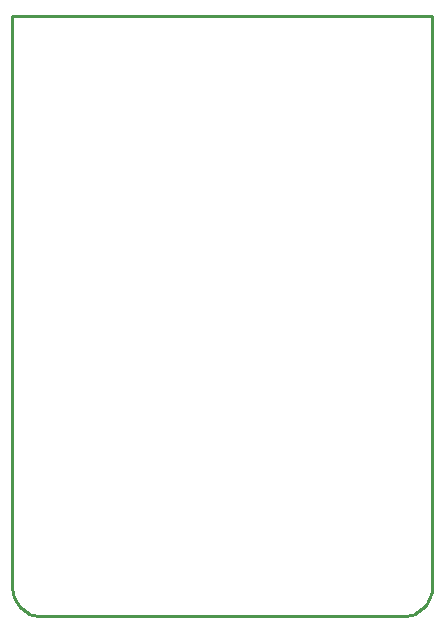
<source format=gbr>
G04 EAGLE Gerber RS-274X export*
G75*
%MOMM*%
%FSLAX34Y34*%
%LPD*%
%IN*%
%IPPOS*%
%AMOC8*
5,1,8,0,0,1.08239X$1,22.5*%
G01*
%ADD10C,0.254000*%


D10*
X0Y25400D02*
X97Y23186D01*
X386Y20989D01*
X865Y18826D01*
X1532Y16713D01*
X2380Y14666D01*
X3403Y12700D01*
X4594Y10831D01*
X5942Y9073D01*
X7440Y7440D01*
X9073Y5942D01*
X10831Y4594D01*
X12700Y3403D01*
X14666Y2380D01*
X16713Y1532D01*
X18826Y865D01*
X20989Y386D01*
X23186Y97D01*
X25400Y0D01*
X330200Y0D01*
X332414Y97D01*
X334611Y386D01*
X336774Y865D01*
X338887Y1532D01*
X340935Y2380D01*
X342900Y3403D01*
X344769Y4594D01*
X346527Y5942D01*
X348161Y7440D01*
X349658Y9073D01*
X351006Y10831D01*
X352197Y12700D01*
X353220Y14666D01*
X354068Y16713D01*
X354735Y18826D01*
X355214Y20989D01*
X355503Y23186D01*
X355600Y25400D01*
X355600Y508000D01*
X0Y508000D01*
X0Y25400D01*
M02*

</source>
